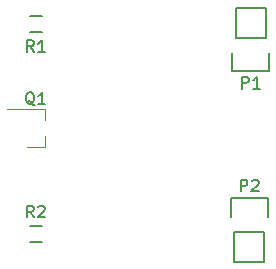
<source format=gto>
G04 #@! TF.FileFunction,Legend,Top*
%FSLAX46Y46*%
G04 Gerber Fmt 4.6, Leading zero omitted, Abs format (unit mm)*
G04 Created by KiCad (PCBNEW 4.0.4-1.fc24-product) date Thu Mar  1 10:42:45 2018*
%MOMM*%
%LPD*%
G01*
G04 APERTURE LIST*
%ADD10C,0.100000*%
%ADD11C,0.150000*%
%ADD12C,0.120000*%
G04 APERTURE END LIST*
D10*
D11*
X201530000Y-74230000D02*
X201530000Y-71690000D01*
X201250000Y-77050000D02*
X201250000Y-75500000D01*
X201530000Y-74230000D02*
X204070000Y-74230000D01*
X204350000Y-75500000D02*
X204350000Y-77050000D01*
X204350000Y-77050000D02*
X201250000Y-77050000D01*
X204070000Y-74230000D02*
X204070000Y-71690000D01*
X204070000Y-71690000D02*
X201530000Y-71690000D01*
X203970000Y-90670000D02*
X203970000Y-93210000D01*
X204250000Y-87850000D02*
X204250000Y-89400000D01*
X203970000Y-90670000D02*
X201430000Y-90670000D01*
X201150000Y-89400000D02*
X201150000Y-87850000D01*
X201150000Y-87850000D02*
X204250000Y-87850000D01*
X201430000Y-90670000D02*
X201430000Y-93210000D01*
X201430000Y-93210000D02*
X203970000Y-93210000D01*
D12*
X185360000Y-83480000D02*
X185360000Y-82550000D01*
X185360000Y-80320000D02*
X185360000Y-81250000D01*
X185360000Y-80320000D02*
X182200000Y-80320000D01*
X185360000Y-83480000D02*
X183900000Y-83480000D01*
D11*
X184100000Y-72425000D02*
X185100000Y-72425000D01*
X185100000Y-73775000D02*
X184100000Y-73775000D01*
X185100000Y-91575000D02*
X184100000Y-91575000D01*
X184100000Y-90225000D02*
X185100000Y-90225000D01*
X202061905Y-78552381D02*
X202061905Y-77552381D01*
X202442858Y-77552381D01*
X202538096Y-77600000D01*
X202585715Y-77647619D01*
X202633334Y-77742857D01*
X202633334Y-77885714D01*
X202585715Y-77980952D01*
X202538096Y-78028571D01*
X202442858Y-78076190D01*
X202061905Y-78076190D01*
X203585715Y-78552381D02*
X203014286Y-78552381D01*
X203300000Y-78552381D02*
X203300000Y-77552381D01*
X203204762Y-77695238D01*
X203109524Y-77790476D01*
X203014286Y-77838095D01*
X201961905Y-87252381D02*
X201961905Y-86252381D01*
X202342858Y-86252381D01*
X202438096Y-86300000D01*
X202485715Y-86347619D01*
X202533334Y-86442857D01*
X202533334Y-86585714D01*
X202485715Y-86680952D01*
X202438096Y-86728571D01*
X202342858Y-86776190D01*
X201961905Y-86776190D01*
X202914286Y-86347619D02*
X202961905Y-86300000D01*
X203057143Y-86252381D01*
X203295239Y-86252381D01*
X203390477Y-86300000D01*
X203438096Y-86347619D01*
X203485715Y-86442857D01*
X203485715Y-86538095D01*
X203438096Y-86680952D01*
X202866667Y-87252381D01*
X203485715Y-87252381D01*
X184504762Y-79947619D02*
X184409524Y-79900000D01*
X184314286Y-79804762D01*
X184171429Y-79661905D01*
X184076190Y-79614286D01*
X183980952Y-79614286D01*
X184028571Y-79852381D02*
X183933333Y-79804762D01*
X183838095Y-79709524D01*
X183790476Y-79519048D01*
X183790476Y-79185714D01*
X183838095Y-78995238D01*
X183933333Y-78900000D01*
X184028571Y-78852381D01*
X184219048Y-78852381D01*
X184314286Y-78900000D01*
X184409524Y-78995238D01*
X184457143Y-79185714D01*
X184457143Y-79519048D01*
X184409524Y-79709524D01*
X184314286Y-79804762D01*
X184219048Y-79852381D01*
X184028571Y-79852381D01*
X185409524Y-79852381D02*
X184838095Y-79852381D01*
X185123809Y-79852381D02*
X185123809Y-78852381D01*
X185028571Y-78995238D01*
X184933333Y-79090476D01*
X184838095Y-79138095D01*
X184433334Y-75452381D02*
X184100000Y-74976190D01*
X183861905Y-75452381D02*
X183861905Y-74452381D01*
X184242858Y-74452381D01*
X184338096Y-74500000D01*
X184385715Y-74547619D01*
X184433334Y-74642857D01*
X184433334Y-74785714D01*
X184385715Y-74880952D01*
X184338096Y-74928571D01*
X184242858Y-74976190D01*
X183861905Y-74976190D01*
X185385715Y-75452381D02*
X184814286Y-75452381D01*
X185100000Y-75452381D02*
X185100000Y-74452381D01*
X185004762Y-74595238D01*
X184909524Y-74690476D01*
X184814286Y-74738095D01*
X184433334Y-89452381D02*
X184100000Y-88976190D01*
X183861905Y-89452381D02*
X183861905Y-88452381D01*
X184242858Y-88452381D01*
X184338096Y-88500000D01*
X184385715Y-88547619D01*
X184433334Y-88642857D01*
X184433334Y-88785714D01*
X184385715Y-88880952D01*
X184338096Y-88928571D01*
X184242858Y-88976190D01*
X183861905Y-88976190D01*
X184814286Y-88547619D02*
X184861905Y-88500000D01*
X184957143Y-88452381D01*
X185195239Y-88452381D01*
X185290477Y-88500000D01*
X185338096Y-88547619D01*
X185385715Y-88642857D01*
X185385715Y-88738095D01*
X185338096Y-88880952D01*
X184766667Y-89452381D01*
X185385715Y-89452381D01*
M02*

</source>
